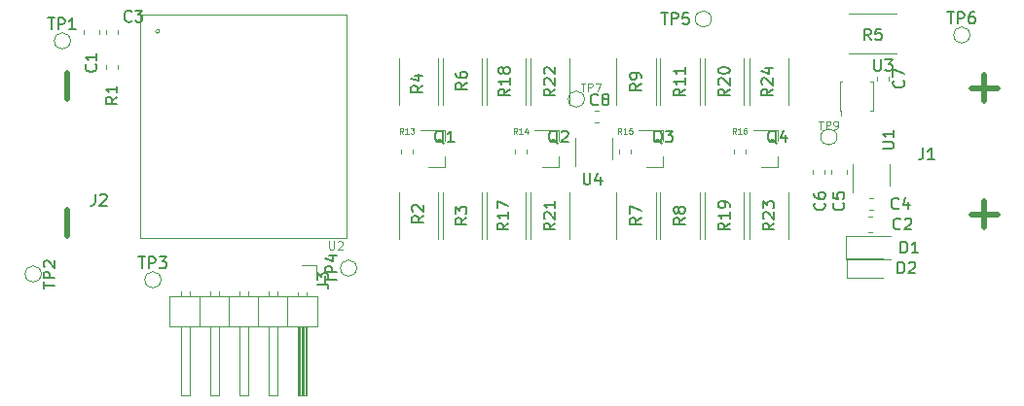
<source format=gto>
G04 #@! TF.GenerationSoftware,KiCad,Pcbnew,5.0.0-fee4fd1~66~ubuntu18.04.1*
G04 #@! TF.CreationDate,2018-08-20T14:29:34+02:00*
G04 #@! TF.ProjectId,ESP32-li-ion-cell-monitor,45535033322D6C692D696F6E2D63656C,1.3*
G04 #@! TF.SameCoordinates,Original*
G04 #@! TF.FileFunction,Legend,Top*
G04 #@! TF.FilePolarity,Positive*
%FSLAX46Y46*%
G04 Gerber Fmt 4.6, Leading zero omitted, Abs format (unit mm)*
G04 Created by KiCad (PCBNEW 5.0.0-fee4fd1~66~ubuntu18.04.1) date Mon Aug 20 14:29:34 2018*
%MOMM*%
%LPD*%
G01*
G04 APERTURE LIST*
%ADD10C,0.500000*%
%ADD11C,0.120000*%
%ADD12C,0.050000*%
%ADD13C,0.100000*%
%ADD14C,0.150000*%
G04 APERTURE END LIST*
D10*
X163214285Y-59142857D02*
X163214285Y-56857142D01*
X241857142Y-58214285D02*
X244142857Y-58214285D01*
X243000000Y-59357142D02*
X243000000Y-57071428D01*
X163214285Y-71142857D02*
X163214285Y-68857142D01*
X241857142Y-69214285D02*
X244142857Y-69214285D01*
X243000000Y-70357142D02*
X243000000Y-68071428D01*
D11*
G04 #@! TO.C,TP9*
X230189000Y-62484000D02*
G75*
G03X230189000Y-62484000I-700000J0D01*
G01*
G04 #@! TO.C,J3*
X184912000Y-73660000D02*
X184912000Y-74930000D01*
X183642000Y-73660000D02*
X184912000Y-73660000D01*
X173102000Y-75972929D02*
X173102000Y-76370000D01*
X173862000Y-75972929D02*
X173862000Y-76370000D01*
X173102000Y-85030000D02*
X173102000Y-79030000D01*
X173862000Y-85030000D02*
X173102000Y-85030000D01*
X173862000Y-79030000D02*
X173862000Y-85030000D01*
X174752000Y-76370000D02*
X174752000Y-79030000D01*
X175642000Y-75972929D02*
X175642000Y-76370000D01*
X176402000Y-75972929D02*
X176402000Y-76370000D01*
X175642000Y-85030000D02*
X175642000Y-79030000D01*
X176402000Y-85030000D02*
X175642000Y-85030000D01*
X176402000Y-79030000D02*
X176402000Y-85030000D01*
X177292000Y-76370000D02*
X177292000Y-79030000D01*
X178182000Y-75972929D02*
X178182000Y-76370000D01*
X178942000Y-75972929D02*
X178942000Y-76370000D01*
X178182000Y-85030000D02*
X178182000Y-79030000D01*
X178942000Y-85030000D02*
X178182000Y-85030000D01*
X178942000Y-79030000D02*
X178942000Y-85030000D01*
X179832000Y-76370000D02*
X179832000Y-79030000D01*
X180722000Y-75972929D02*
X180722000Y-76370000D01*
X181482000Y-75972929D02*
X181482000Y-76370000D01*
X180722000Y-85030000D02*
X180722000Y-79030000D01*
X181482000Y-85030000D02*
X180722000Y-85030000D01*
X181482000Y-79030000D02*
X181482000Y-85030000D01*
X182372000Y-76370000D02*
X182372000Y-79030000D01*
X183262000Y-76040000D02*
X183262000Y-76370000D01*
X184022000Y-76040000D02*
X184022000Y-76370000D01*
X183362000Y-79030000D02*
X183362000Y-85030000D01*
X183482000Y-79030000D02*
X183482000Y-85030000D01*
X183602000Y-79030000D02*
X183602000Y-85030000D01*
X183722000Y-79030000D02*
X183722000Y-85030000D01*
X183842000Y-79030000D02*
X183842000Y-85030000D01*
X183962000Y-79030000D02*
X183962000Y-85030000D01*
X183262000Y-85030000D02*
X183262000Y-79030000D01*
X184022000Y-85030000D02*
X183262000Y-85030000D01*
X184022000Y-79030000D02*
X184022000Y-85030000D01*
X184972000Y-79030000D02*
X184972000Y-76370000D01*
X172152000Y-79030000D02*
X184972000Y-79030000D01*
X172152000Y-76370000D02*
X172152000Y-79030000D01*
X184972000Y-76370000D02*
X172152000Y-76370000D01*
D12*
G04 #@! TO.C,U2*
X187556000Y-71290000D02*
X169556000Y-71290000D01*
X187556000Y-51790000D02*
X187556000Y-71290000D01*
X169556000Y-51790000D02*
X187556000Y-51790000D01*
X169556000Y-71290000D02*
X169556000Y-51790000D01*
X171259605Y-53256000D02*
G75*
G03X171259605Y-53256000I-179605J0D01*
G01*
D11*
G04 #@! TO.C,U4*
X210652000Y-64400000D02*
X210652000Y-62600000D01*
X207432000Y-62600000D02*
X207432000Y-65050000D01*
G04 #@! TO.C,C1*
X166064000Y-53132017D02*
X166064000Y-53547983D01*
X164644000Y-53132017D02*
X164644000Y-53547983D01*
G04 #@! TO.C,C4*
X233009221Y-68836000D02*
X233334779Y-68836000D01*
X233009221Y-67816000D02*
X233334779Y-67816000D01*
G04 #@! TO.C,C5*
X231088000Y-65324017D02*
X231088000Y-65739983D01*
X229668000Y-65324017D02*
X229668000Y-65739983D01*
G04 #@! TO.C,C6*
X229110000Y-65369221D02*
X229110000Y-65694779D01*
X228090000Y-65369221D02*
X228090000Y-65694779D01*
G04 #@! TO.C,Q1*
X196086000Y-65080000D02*
X194626000Y-65080000D01*
X196086000Y-61920000D02*
X193926000Y-61920000D01*
X196086000Y-61920000D02*
X196086000Y-62850000D01*
X196086000Y-65080000D02*
X196086000Y-64150000D01*
G04 #@! TO.C,Q2*
X205992000Y-65080000D02*
X205992000Y-64150000D01*
X205992000Y-61920000D02*
X205992000Y-62850000D01*
X205992000Y-61920000D02*
X203832000Y-61920000D01*
X205992000Y-65080000D02*
X204532000Y-65080000D01*
G04 #@! TO.C,Q3*
X215072000Y-65080000D02*
X215072000Y-64150000D01*
X215072000Y-61920000D02*
X215072000Y-62850000D01*
X215072000Y-61920000D02*
X212912000Y-61920000D01*
X215072000Y-65080000D02*
X213612000Y-65080000D01*
G04 #@! TO.C,Q4*
X225042000Y-65080000D02*
X223582000Y-65080000D01*
X225042000Y-61920000D02*
X222882000Y-61920000D01*
X225042000Y-61920000D02*
X225042000Y-62850000D01*
X225042000Y-65080000D02*
X225042000Y-64150000D01*
G04 #@! TO.C,C2*
X232876017Y-69394000D02*
X233291983Y-69394000D01*
X232876017Y-70814000D02*
X233291983Y-70814000D01*
G04 #@! TO.C,C3*
X167642000Y-53177221D02*
X167642000Y-53502779D01*
X166622000Y-53177221D02*
X166622000Y-53502779D01*
G04 #@! TO.C,R1*
X166622000Y-56550779D02*
X166622000Y-56225221D01*
X167642000Y-56550779D02*
X167642000Y-56225221D01*
G04 #@! TO.C,C7*
X234698000Y-57241221D02*
X234698000Y-57566779D01*
X233678000Y-57241221D02*
X233678000Y-57566779D01*
G04 #@! TO.C,C8*
X209133221Y-61216000D02*
X209458779Y-61216000D01*
X209133221Y-60196000D02*
X209458779Y-60196000D01*
G04 #@! TO.C,D1*
X230972000Y-71136000D02*
X230972000Y-73136000D01*
X230972000Y-73136000D02*
X234822000Y-73136000D01*
X230972000Y-71136000D02*
X234822000Y-71136000D01*
G04 #@! TO.C,D2*
X231018000Y-73064000D02*
X231018000Y-74764000D01*
X231018000Y-74764000D02*
X234168000Y-74764000D01*
X231018000Y-73064000D02*
X234168000Y-73064000D01*
G04 #@! TO.C,R2*
X192092000Y-71394064D02*
X192092000Y-67289936D01*
X195512000Y-71394064D02*
X195512000Y-67289936D01*
G04 #@! TO.C,R3*
X199322000Y-71394064D02*
X199322000Y-67289936D01*
X195902000Y-71394064D02*
X195902000Y-67289936D01*
G04 #@! TO.C,R4*
X195512000Y-55605936D02*
X195512000Y-59710064D01*
X192092000Y-55605936D02*
X192092000Y-59710064D01*
G04 #@! TO.C,R5*
X231246936Y-55177000D02*
X235351064Y-55177000D01*
X231246936Y-51757000D02*
X235351064Y-51757000D01*
G04 #@! TO.C,R6*
X195902000Y-55605936D02*
X195902000Y-59710064D01*
X199322000Y-55605936D02*
X199322000Y-59710064D01*
G04 #@! TO.C,R7*
X214434000Y-71394064D02*
X214434000Y-67289936D01*
X211014000Y-71394064D02*
X211014000Y-67289936D01*
G04 #@! TO.C,R8*
X218244000Y-71394064D02*
X218244000Y-67289936D01*
X214824000Y-71394064D02*
X214824000Y-67289936D01*
G04 #@! TO.C,R9*
X214434000Y-55605936D02*
X214434000Y-59710064D01*
X211014000Y-55605936D02*
X211014000Y-59710064D01*
G04 #@! TO.C,R11*
X218244000Y-55605936D02*
X218244000Y-59710064D01*
X214824000Y-55605936D02*
X214824000Y-59710064D01*
G04 #@! TO.C,U1*
X234782000Y-66686000D02*
X234782000Y-64886000D01*
X231562000Y-64886000D02*
X231562000Y-67336000D01*
G04 #@! TO.C,U3*
X233298000Y-60228000D02*
X233098000Y-60228000D01*
X230548000Y-60228000D02*
X230548000Y-60628000D01*
X230448000Y-60228000D02*
X230548000Y-60228000D01*
X230448000Y-57628000D02*
X230448000Y-60228000D01*
X230648000Y-57628000D02*
X230448000Y-57628000D01*
X233298000Y-57628000D02*
X233098000Y-57628000D01*
X233298000Y-60228000D02*
X233298000Y-57628000D01*
G04 #@! TO.C,TP1*
X163514000Y-54102000D02*
G75*
G03X163514000Y-54102000I-700000J0D01*
G01*
G04 #@! TO.C,TP2*
X160974000Y-74422000D02*
G75*
G03X160974000Y-74422000I-700000J0D01*
G01*
G04 #@! TO.C,TP3*
X171388000Y-74930000D02*
G75*
G03X171388000Y-74930000I-700000J0D01*
G01*
G04 #@! TO.C,TP4*
X188406000Y-73914000D02*
G75*
G03X188406000Y-73914000I-700000J0D01*
G01*
G04 #@! TO.C,TP5*
X219267000Y-52197000D02*
G75*
G03X219267000Y-52197000I-700000J0D01*
G01*
G04 #@! TO.C,TP6*
X241746000Y-53594000D02*
G75*
G03X241746000Y-53594000I-700000J0D01*
G01*
G04 #@! TO.C,TP7*
X208218000Y-59182000D02*
G75*
G03X208218000Y-59182000I-700000J0D01*
G01*
G04 #@! TO.C,R13*
X193296000Y-63916779D02*
X193296000Y-63591221D01*
X192276000Y-63916779D02*
X192276000Y-63591221D01*
G04 #@! TO.C,R14*
X202182000Y-63916779D02*
X202182000Y-63591221D01*
X203202000Y-63916779D02*
X203202000Y-63591221D01*
G04 #@! TO.C,R15*
X212282000Y-63942279D02*
X212282000Y-63616721D01*
X211262000Y-63942279D02*
X211262000Y-63616721D01*
G04 #@! TO.C,R16*
X221232000Y-63916779D02*
X221232000Y-63591221D01*
X222252000Y-63916779D02*
X222252000Y-63591221D01*
G04 #@! TO.C,R17*
X199712000Y-71394064D02*
X199712000Y-67289936D01*
X203132000Y-71394064D02*
X203132000Y-67289936D01*
G04 #@! TO.C,R18*
X199712000Y-55605936D02*
X199712000Y-59710064D01*
X203132000Y-55605936D02*
X203132000Y-59710064D01*
G04 #@! TO.C,R19*
X218698000Y-71394064D02*
X218698000Y-67289936D01*
X222118000Y-71394064D02*
X222118000Y-67289936D01*
G04 #@! TO.C,R20*
X218698000Y-55605936D02*
X218698000Y-59710064D01*
X222118000Y-55605936D02*
X222118000Y-59710064D01*
G04 #@! TO.C,R21*
X206942000Y-71394064D02*
X206942000Y-67289936D01*
X203522000Y-71394064D02*
X203522000Y-67289936D01*
G04 #@! TO.C,R22*
X206942000Y-55605936D02*
X206942000Y-59710064D01*
X203522000Y-55605936D02*
X203522000Y-59710064D01*
G04 #@! TO.C,R23*
X225992000Y-71394064D02*
X225992000Y-67289936D01*
X222572000Y-71394064D02*
X222572000Y-67289936D01*
G04 #@! TO.C,R24*
X225992000Y-55605936D02*
X225992000Y-59710064D01*
X222572000Y-55605936D02*
X222572000Y-59710064D01*
G04 #@! TO.C,TP9*
D13*
X228605666Y-61084666D02*
X229005666Y-61084666D01*
X228805666Y-61784666D02*
X228805666Y-61084666D01*
X229239000Y-61784666D02*
X229239000Y-61084666D01*
X229505666Y-61084666D01*
X229572333Y-61118000D01*
X229605666Y-61151333D01*
X229639000Y-61218000D01*
X229639000Y-61318000D01*
X229605666Y-61384666D01*
X229572333Y-61418000D01*
X229505666Y-61451333D01*
X229239000Y-61451333D01*
X229972333Y-61784666D02*
X230105666Y-61784666D01*
X230172333Y-61751333D01*
X230205666Y-61718000D01*
X230272333Y-61618000D01*
X230305666Y-61484666D01*
X230305666Y-61218000D01*
X230272333Y-61151333D01*
X230239000Y-61118000D01*
X230172333Y-61084666D01*
X230039000Y-61084666D01*
X229972333Y-61118000D01*
X229939000Y-61151333D01*
X229905666Y-61218000D01*
X229905666Y-61384666D01*
X229939000Y-61451333D01*
X229972333Y-61484666D01*
X230039000Y-61518000D01*
X230172333Y-61518000D01*
X230239000Y-61484666D01*
X230272333Y-61451333D01*
X230305666Y-61384666D01*
G04 #@! TO.C,J3*
D14*
X184952380Y-75333333D02*
X185666666Y-75333333D01*
X185809523Y-75380952D01*
X185904761Y-75476190D01*
X185952380Y-75619047D01*
X185952380Y-75714285D01*
X184952380Y-74952380D02*
X184952380Y-74333333D01*
X185333333Y-74666666D01*
X185333333Y-74523809D01*
X185380952Y-74428571D01*
X185428571Y-74380952D01*
X185523809Y-74333333D01*
X185761904Y-74333333D01*
X185857142Y-74380952D01*
X185904761Y-74428571D01*
X185952380Y-74523809D01*
X185952380Y-74809523D01*
X185904761Y-74904761D01*
X185857142Y-74952380D01*
G04 #@! TO.C,U2*
D13*
X186023971Y-71563685D02*
X186023971Y-72170828D01*
X186059685Y-72242257D01*
X186095400Y-72277971D01*
X186166828Y-72313685D01*
X186309685Y-72313685D01*
X186381114Y-72277971D01*
X186416828Y-72242257D01*
X186452542Y-72170828D01*
X186452542Y-71563685D01*
X186773971Y-71635114D02*
X186809685Y-71599400D01*
X186881114Y-71563685D01*
X187059685Y-71563685D01*
X187131114Y-71599400D01*
X187166828Y-71635114D01*
X187202542Y-71706542D01*
X187202542Y-71777971D01*
X187166828Y-71885114D01*
X186738257Y-72313685D01*
X187202542Y-72313685D01*
G04 #@! TO.C,U4*
D14*
X208153095Y-65619380D02*
X208153095Y-66428904D01*
X208200714Y-66524142D01*
X208248333Y-66571761D01*
X208343571Y-66619380D01*
X208534047Y-66619380D01*
X208629285Y-66571761D01*
X208676904Y-66524142D01*
X208724523Y-66428904D01*
X208724523Y-65619380D01*
X209629285Y-65952714D02*
X209629285Y-66619380D01*
X209391190Y-65571761D02*
X209153095Y-66286047D01*
X209772142Y-66286047D01*
G04 #@! TO.C,C1*
X165711142Y-56166666D02*
X165758761Y-56214285D01*
X165806380Y-56357142D01*
X165806380Y-56452380D01*
X165758761Y-56595238D01*
X165663523Y-56690476D01*
X165568285Y-56738095D01*
X165377809Y-56785714D01*
X165234952Y-56785714D01*
X165044476Y-56738095D01*
X164949238Y-56690476D01*
X164854000Y-56595238D01*
X164806380Y-56452380D01*
X164806380Y-56357142D01*
X164854000Y-56214285D01*
X164901619Y-56166666D01*
X165806380Y-55214285D02*
X165806380Y-55785714D01*
X165806380Y-55500000D02*
X164806380Y-55500000D01*
X164949238Y-55595238D01*
X165044476Y-55690476D01*
X165092095Y-55785714D01*
G04 #@! TO.C,C4*
X235545333Y-68683142D02*
X235497714Y-68730761D01*
X235354857Y-68778380D01*
X235259619Y-68778380D01*
X235116761Y-68730761D01*
X235021523Y-68635523D01*
X234973904Y-68540285D01*
X234926285Y-68349809D01*
X234926285Y-68206952D01*
X234973904Y-68016476D01*
X235021523Y-67921238D01*
X235116761Y-67826000D01*
X235259619Y-67778380D01*
X235354857Y-67778380D01*
X235497714Y-67826000D01*
X235545333Y-67873619D01*
X236402476Y-68111714D02*
X236402476Y-68778380D01*
X236164380Y-67730761D02*
X235926285Y-68445047D01*
X236545333Y-68445047D01*
G04 #@! TO.C,C5*
X230735142Y-68238666D02*
X230782761Y-68286285D01*
X230830380Y-68429142D01*
X230830380Y-68524380D01*
X230782761Y-68667238D01*
X230687523Y-68762476D01*
X230592285Y-68810095D01*
X230401809Y-68857714D01*
X230258952Y-68857714D01*
X230068476Y-68810095D01*
X229973238Y-68762476D01*
X229878000Y-68667238D01*
X229830380Y-68524380D01*
X229830380Y-68429142D01*
X229878000Y-68286285D01*
X229925619Y-68238666D01*
X229830380Y-67333904D02*
X229830380Y-67810095D01*
X230306571Y-67857714D01*
X230258952Y-67810095D01*
X230211333Y-67714857D01*
X230211333Y-67476761D01*
X230258952Y-67381523D01*
X230306571Y-67333904D01*
X230401809Y-67286285D01*
X230639904Y-67286285D01*
X230735142Y-67333904D01*
X230782761Y-67381523D01*
X230830380Y-67476761D01*
X230830380Y-67714857D01*
X230782761Y-67810095D01*
X230735142Y-67857714D01*
G04 #@! TO.C,C6*
X229084142Y-68238666D02*
X229131761Y-68286285D01*
X229179380Y-68429142D01*
X229179380Y-68524380D01*
X229131761Y-68667238D01*
X229036523Y-68762476D01*
X228941285Y-68810095D01*
X228750809Y-68857714D01*
X228607952Y-68857714D01*
X228417476Y-68810095D01*
X228322238Y-68762476D01*
X228227000Y-68667238D01*
X228179380Y-68524380D01*
X228179380Y-68429142D01*
X228227000Y-68286285D01*
X228274619Y-68238666D01*
X228179380Y-67381523D02*
X228179380Y-67572000D01*
X228227000Y-67667238D01*
X228274619Y-67714857D01*
X228417476Y-67810095D01*
X228607952Y-67857714D01*
X228988904Y-67857714D01*
X229084142Y-67810095D01*
X229131761Y-67762476D01*
X229179380Y-67667238D01*
X229179380Y-67476761D01*
X229131761Y-67381523D01*
X229084142Y-67333904D01*
X228988904Y-67286285D01*
X228750809Y-67286285D01*
X228655571Y-67333904D01*
X228607952Y-67381523D01*
X228560333Y-67476761D01*
X228560333Y-67667238D01*
X228607952Y-67762476D01*
X228655571Y-67810095D01*
X228750809Y-67857714D01*
G04 #@! TO.C,Q1*
X195992761Y-63031619D02*
X195897523Y-62984000D01*
X195802285Y-62888761D01*
X195659428Y-62745904D01*
X195564190Y-62698285D01*
X195468952Y-62698285D01*
X195516571Y-62936380D02*
X195421333Y-62888761D01*
X195326095Y-62793523D01*
X195278476Y-62603047D01*
X195278476Y-62269714D01*
X195326095Y-62079238D01*
X195421333Y-61984000D01*
X195516571Y-61936380D01*
X195707047Y-61936380D01*
X195802285Y-61984000D01*
X195897523Y-62079238D01*
X195945142Y-62269714D01*
X195945142Y-62603047D01*
X195897523Y-62793523D01*
X195802285Y-62888761D01*
X195707047Y-62936380D01*
X195516571Y-62936380D01*
X196897523Y-62936380D02*
X196326095Y-62936380D01*
X196611809Y-62936380D02*
X196611809Y-61936380D01*
X196516571Y-62079238D01*
X196421333Y-62174476D01*
X196326095Y-62222095D01*
G04 #@! TO.C,Q2*
X205898761Y-63031619D02*
X205803523Y-62984000D01*
X205708285Y-62888761D01*
X205565428Y-62745904D01*
X205470190Y-62698285D01*
X205374952Y-62698285D01*
X205422571Y-62936380D02*
X205327333Y-62888761D01*
X205232095Y-62793523D01*
X205184476Y-62603047D01*
X205184476Y-62269714D01*
X205232095Y-62079238D01*
X205327333Y-61984000D01*
X205422571Y-61936380D01*
X205613047Y-61936380D01*
X205708285Y-61984000D01*
X205803523Y-62079238D01*
X205851142Y-62269714D01*
X205851142Y-62603047D01*
X205803523Y-62793523D01*
X205708285Y-62888761D01*
X205613047Y-62936380D01*
X205422571Y-62936380D01*
X206232095Y-62031619D02*
X206279714Y-61984000D01*
X206374952Y-61936380D01*
X206613047Y-61936380D01*
X206708285Y-61984000D01*
X206755904Y-62031619D01*
X206803523Y-62126857D01*
X206803523Y-62222095D01*
X206755904Y-62364952D01*
X206184476Y-62936380D01*
X206803523Y-62936380D01*
G04 #@! TO.C,Q3*
X214978761Y-63031619D02*
X214883523Y-62984000D01*
X214788285Y-62888761D01*
X214645428Y-62745904D01*
X214550190Y-62698285D01*
X214454952Y-62698285D01*
X214502571Y-62936380D02*
X214407333Y-62888761D01*
X214312095Y-62793523D01*
X214264476Y-62603047D01*
X214264476Y-62269714D01*
X214312095Y-62079238D01*
X214407333Y-61984000D01*
X214502571Y-61936380D01*
X214693047Y-61936380D01*
X214788285Y-61984000D01*
X214883523Y-62079238D01*
X214931142Y-62269714D01*
X214931142Y-62603047D01*
X214883523Y-62793523D01*
X214788285Y-62888761D01*
X214693047Y-62936380D01*
X214502571Y-62936380D01*
X215264476Y-61936380D02*
X215883523Y-61936380D01*
X215550190Y-62317333D01*
X215693047Y-62317333D01*
X215788285Y-62364952D01*
X215835904Y-62412571D01*
X215883523Y-62507809D01*
X215883523Y-62745904D01*
X215835904Y-62841142D01*
X215788285Y-62888761D01*
X215693047Y-62936380D01*
X215407333Y-62936380D01*
X215312095Y-62888761D01*
X215264476Y-62841142D01*
G04 #@! TO.C,Q4*
X224948761Y-63031619D02*
X224853523Y-62984000D01*
X224758285Y-62888761D01*
X224615428Y-62745904D01*
X224520190Y-62698285D01*
X224424952Y-62698285D01*
X224472571Y-62936380D02*
X224377333Y-62888761D01*
X224282095Y-62793523D01*
X224234476Y-62603047D01*
X224234476Y-62269714D01*
X224282095Y-62079238D01*
X224377333Y-61984000D01*
X224472571Y-61936380D01*
X224663047Y-61936380D01*
X224758285Y-61984000D01*
X224853523Y-62079238D01*
X224901142Y-62269714D01*
X224901142Y-62603047D01*
X224853523Y-62793523D01*
X224758285Y-62888761D01*
X224663047Y-62936380D01*
X224472571Y-62936380D01*
X225758285Y-62269714D02*
X225758285Y-62936380D01*
X225520190Y-61888761D02*
X225282095Y-62603047D01*
X225901142Y-62603047D01*
G04 #@! TO.C,C2*
X235711333Y-70461142D02*
X235663714Y-70508761D01*
X235520857Y-70556380D01*
X235425619Y-70556380D01*
X235282761Y-70508761D01*
X235187523Y-70413523D01*
X235139904Y-70318285D01*
X235092285Y-70127809D01*
X235092285Y-69984952D01*
X235139904Y-69794476D01*
X235187523Y-69699238D01*
X235282761Y-69604000D01*
X235425619Y-69556380D01*
X235520857Y-69556380D01*
X235663714Y-69604000D01*
X235711333Y-69651619D01*
X236092285Y-69651619D02*
X236139904Y-69604000D01*
X236235142Y-69556380D01*
X236473238Y-69556380D01*
X236568476Y-69604000D01*
X236616095Y-69651619D01*
X236663714Y-69746857D01*
X236663714Y-69842095D01*
X236616095Y-69984952D01*
X236044666Y-70556380D01*
X236663714Y-70556380D01*
G04 #@! TO.C,C3*
X168833333Y-52357142D02*
X168785714Y-52404761D01*
X168642857Y-52452380D01*
X168547619Y-52452380D01*
X168404761Y-52404761D01*
X168309523Y-52309523D01*
X168261904Y-52214285D01*
X168214285Y-52023809D01*
X168214285Y-51880952D01*
X168261904Y-51690476D01*
X168309523Y-51595238D01*
X168404761Y-51500000D01*
X168547619Y-51452380D01*
X168642857Y-51452380D01*
X168785714Y-51500000D01*
X168833333Y-51547619D01*
X169166666Y-51452380D02*
X169785714Y-51452380D01*
X169452380Y-51833333D01*
X169595238Y-51833333D01*
X169690476Y-51880952D01*
X169738095Y-51928571D01*
X169785714Y-52023809D01*
X169785714Y-52261904D01*
X169738095Y-52357142D01*
X169690476Y-52404761D01*
X169595238Y-52452380D01*
X169309523Y-52452380D01*
X169214285Y-52404761D01*
X169166666Y-52357142D01*
G04 #@! TO.C,R1*
X167584380Y-58993166D02*
X167108190Y-59326500D01*
X167584380Y-59564595D02*
X166584380Y-59564595D01*
X166584380Y-59183642D01*
X166632000Y-59088404D01*
X166679619Y-59040785D01*
X166774857Y-58993166D01*
X166917714Y-58993166D01*
X167012952Y-59040785D01*
X167060571Y-59088404D01*
X167108190Y-59183642D01*
X167108190Y-59564595D01*
X167584380Y-58040785D02*
X167584380Y-58612214D01*
X167584380Y-58326500D02*
X166584380Y-58326500D01*
X166727238Y-58421738D01*
X166822476Y-58516976D01*
X166870095Y-58612214D01*
G04 #@! TO.C,C7*
X235975142Y-57570666D02*
X236022761Y-57618285D01*
X236070380Y-57761142D01*
X236070380Y-57856380D01*
X236022761Y-57999238D01*
X235927523Y-58094476D01*
X235832285Y-58142095D01*
X235641809Y-58189714D01*
X235498952Y-58189714D01*
X235308476Y-58142095D01*
X235213238Y-58094476D01*
X235118000Y-57999238D01*
X235070380Y-57856380D01*
X235070380Y-57761142D01*
X235118000Y-57618285D01*
X235165619Y-57570666D01*
X235070380Y-57237333D02*
X235070380Y-56570666D01*
X236070380Y-56999238D01*
G04 #@! TO.C,C8*
X209383333Y-59633142D02*
X209335714Y-59680761D01*
X209192857Y-59728380D01*
X209097619Y-59728380D01*
X208954761Y-59680761D01*
X208859523Y-59585523D01*
X208811904Y-59490285D01*
X208764285Y-59299809D01*
X208764285Y-59156952D01*
X208811904Y-58966476D01*
X208859523Y-58871238D01*
X208954761Y-58776000D01*
X209097619Y-58728380D01*
X209192857Y-58728380D01*
X209335714Y-58776000D01*
X209383333Y-58823619D01*
X209954761Y-59156952D02*
X209859523Y-59109333D01*
X209811904Y-59061714D01*
X209764285Y-58966476D01*
X209764285Y-58918857D01*
X209811904Y-58823619D01*
X209859523Y-58776000D01*
X209954761Y-58728380D01*
X210145238Y-58728380D01*
X210240476Y-58776000D01*
X210288095Y-58823619D01*
X210335714Y-58918857D01*
X210335714Y-58966476D01*
X210288095Y-59061714D01*
X210240476Y-59109333D01*
X210145238Y-59156952D01*
X209954761Y-59156952D01*
X209859523Y-59204571D01*
X209811904Y-59252190D01*
X209764285Y-59347428D01*
X209764285Y-59537904D01*
X209811904Y-59633142D01*
X209859523Y-59680761D01*
X209954761Y-59728380D01*
X210145238Y-59728380D01*
X210240476Y-59680761D01*
X210288095Y-59633142D01*
X210335714Y-59537904D01*
X210335714Y-59347428D01*
X210288095Y-59252190D01*
X210240476Y-59204571D01*
X210145238Y-59156952D01*
G04 #@! TO.C,D1*
X235735904Y-72588380D02*
X235735904Y-71588380D01*
X235974000Y-71588380D01*
X236116857Y-71636000D01*
X236212095Y-71731238D01*
X236259714Y-71826476D01*
X236307333Y-72016952D01*
X236307333Y-72159809D01*
X236259714Y-72350285D01*
X236212095Y-72445523D01*
X236116857Y-72540761D01*
X235974000Y-72588380D01*
X235735904Y-72588380D01*
X237259714Y-72588380D02*
X236688285Y-72588380D01*
X236974000Y-72588380D02*
X236974000Y-71588380D01*
X236878761Y-71731238D01*
X236783523Y-71826476D01*
X236688285Y-71874095D01*
G04 #@! TO.C,D2*
X235481904Y-74366380D02*
X235481904Y-73366380D01*
X235720000Y-73366380D01*
X235862857Y-73414000D01*
X235958095Y-73509238D01*
X236005714Y-73604476D01*
X236053333Y-73794952D01*
X236053333Y-73937809D01*
X236005714Y-74128285D01*
X235958095Y-74223523D01*
X235862857Y-74318761D01*
X235720000Y-74366380D01*
X235481904Y-74366380D01*
X236434285Y-73461619D02*
X236481904Y-73414000D01*
X236577142Y-73366380D01*
X236815238Y-73366380D01*
X236910476Y-73414000D01*
X236958095Y-73461619D01*
X237005714Y-73556857D01*
X237005714Y-73652095D01*
X236958095Y-73794952D01*
X236386666Y-74366380D01*
X237005714Y-74366380D01*
G04 #@! TO.C,R2*
X194232380Y-69342666D02*
X193756190Y-69676000D01*
X194232380Y-69914095D02*
X193232380Y-69914095D01*
X193232380Y-69533142D01*
X193280000Y-69437904D01*
X193327619Y-69390285D01*
X193422857Y-69342666D01*
X193565714Y-69342666D01*
X193660952Y-69390285D01*
X193708571Y-69437904D01*
X193756190Y-69533142D01*
X193756190Y-69914095D01*
X193327619Y-68961714D02*
X193280000Y-68914095D01*
X193232380Y-68818857D01*
X193232380Y-68580761D01*
X193280000Y-68485523D01*
X193327619Y-68437904D01*
X193422857Y-68390285D01*
X193518095Y-68390285D01*
X193660952Y-68437904D01*
X194232380Y-69009333D01*
X194232380Y-68390285D01*
G04 #@! TO.C,R3*
X197978380Y-69508666D02*
X197502190Y-69842000D01*
X197978380Y-70080095D02*
X196978380Y-70080095D01*
X196978380Y-69699142D01*
X197026000Y-69603904D01*
X197073619Y-69556285D01*
X197168857Y-69508666D01*
X197311714Y-69508666D01*
X197406952Y-69556285D01*
X197454571Y-69603904D01*
X197502190Y-69699142D01*
X197502190Y-70080095D01*
X196978380Y-69175333D02*
X196978380Y-68556285D01*
X197359333Y-68889619D01*
X197359333Y-68746761D01*
X197406952Y-68651523D01*
X197454571Y-68603904D01*
X197549809Y-68556285D01*
X197787904Y-68556285D01*
X197883142Y-68603904D01*
X197930761Y-68651523D01*
X197978380Y-68746761D01*
X197978380Y-69032476D01*
X197930761Y-69127714D01*
X197883142Y-69175333D01*
G04 #@! TO.C,R4*
X194150380Y-57990666D02*
X193674190Y-58324000D01*
X194150380Y-58562095D02*
X193150380Y-58562095D01*
X193150380Y-58181142D01*
X193198000Y-58085904D01*
X193245619Y-58038285D01*
X193340857Y-57990666D01*
X193483714Y-57990666D01*
X193578952Y-58038285D01*
X193626571Y-58085904D01*
X193674190Y-58181142D01*
X193674190Y-58562095D01*
X193483714Y-57133523D02*
X194150380Y-57133523D01*
X193102761Y-57371619D02*
X193817047Y-57609714D01*
X193817047Y-56990666D01*
G04 #@! TO.C,R5*
X233132333Y-54046380D02*
X232799000Y-53570190D01*
X232560904Y-54046380D02*
X232560904Y-53046380D01*
X232941857Y-53046380D01*
X233037095Y-53094000D01*
X233084714Y-53141619D01*
X233132333Y-53236857D01*
X233132333Y-53379714D01*
X233084714Y-53474952D01*
X233037095Y-53522571D01*
X232941857Y-53570190D01*
X232560904Y-53570190D01*
X234037095Y-53046380D02*
X233560904Y-53046380D01*
X233513285Y-53522571D01*
X233560904Y-53474952D01*
X233656142Y-53427333D01*
X233894238Y-53427333D01*
X233989476Y-53474952D01*
X234037095Y-53522571D01*
X234084714Y-53617809D01*
X234084714Y-53855904D01*
X234037095Y-53951142D01*
X233989476Y-53998761D01*
X233894238Y-54046380D01*
X233656142Y-54046380D01*
X233560904Y-53998761D01*
X233513285Y-53951142D01*
G04 #@! TO.C,R6*
X198024380Y-57736666D02*
X197548190Y-58070000D01*
X198024380Y-58308095D02*
X197024380Y-58308095D01*
X197024380Y-57927142D01*
X197072000Y-57831904D01*
X197119619Y-57784285D01*
X197214857Y-57736666D01*
X197357714Y-57736666D01*
X197452952Y-57784285D01*
X197500571Y-57831904D01*
X197548190Y-57927142D01*
X197548190Y-58308095D01*
X197024380Y-56879523D02*
X197024380Y-57070000D01*
X197072000Y-57165238D01*
X197119619Y-57212857D01*
X197262476Y-57308095D01*
X197452952Y-57355714D01*
X197833904Y-57355714D01*
X197929142Y-57308095D01*
X197976761Y-57260476D01*
X198024380Y-57165238D01*
X198024380Y-56974761D01*
X197976761Y-56879523D01*
X197929142Y-56831904D01*
X197833904Y-56784285D01*
X197595809Y-56784285D01*
X197500571Y-56831904D01*
X197452952Y-56879523D01*
X197405333Y-56974761D01*
X197405333Y-57165238D01*
X197452952Y-57260476D01*
X197500571Y-57308095D01*
X197595809Y-57355714D01*
G04 #@! TO.C,R7*
X213176380Y-69508666D02*
X212700190Y-69842000D01*
X213176380Y-70080095D02*
X212176380Y-70080095D01*
X212176380Y-69699142D01*
X212224000Y-69603904D01*
X212271619Y-69556285D01*
X212366857Y-69508666D01*
X212509714Y-69508666D01*
X212604952Y-69556285D01*
X212652571Y-69603904D01*
X212700190Y-69699142D01*
X212700190Y-70080095D01*
X212176380Y-69175333D02*
X212176380Y-68508666D01*
X213176380Y-68937238D01*
G04 #@! TO.C,R8*
X216986380Y-69508666D02*
X216510190Y-69842000D01*
X216986380Y-70080095D02*
X215986380Y-70080095D01*
X215986380Y-69699142D01*
X216034000Y-69603904D01*
X216081619Y-69556285D01*
X216176857Y-69508666D01*
X216319714Y-69508666D01*
X216414952Y-69556285D01*
X216462571Y-69603904D01*
X216510190Y-69699142D01*
X216510190Y-70080095D01*
X216414952Y-68937238D02*
X216367333Y-69032476D01*
X216319714Y-69080095D01*
X216224476Y-69127714D01*
X216176857Y-69127714D01*
X216081619Y-69080095D01*
X216034000Y-69032476D01*
X215986380Y-68937238D01*
X215986380Y-68746761D01*
X216034000Y-68651523D01*
X216081619Y-68603904D01*
X216176857Y-68556285D01*
X216224476Y-68556285D01*
X216319714Y-68603904D01*
X216367333Y-68651523D01*
X216414952Y-68746761D01*
X216414952Y-68937238D01*
X216462571Y-69032476D01*
X216510190Y-69080095D01*
X216605428Y-69127714D01*
X216795904Y-69127714D01*
X216891142Y-69080095D01*
X216938761Y-69032476D01*
X216986380Y-68937238D01*
X216986380Y-68746761D01*
X216938761Y-68651523D01*
X216891142Y-68603904D01*
X216795904Y-68556285D01*
X216605428Y-68556285D01*
X216510190Y-68603904D01*
X216462571Y-68651523D01*
X216414952Y-68746761D01*
G04 #@! TO.C,R9*
X213176380Y-57824666D02*
X212700190Y-58158000D01*
X213176380Y-58396095D02*
X212176380Y-58396095D01*
X212176380Y-58015142D01*
X212224000Y-57919904D01*
X212271619Y-57872285D01*
X212366857Y-57824666D01*
X212509714Y-57824666D01*
X212604952Y-57872285D01*
X212652571Y-57919904D01*
X212700190Y-58015142D01*
X212700190Y-58396095D01*
X213176380Y-57348476D02*
X213176380Y-57158000D01*
X213128761Y-57062761D01*
X213081142Y-57015142D01*
X212938285Y-56919904D01*
X212747809Y-56872285D01*
X212366857Y-56872285D01*
X212271619Y-56919904D01*
X212224000Y-56967523D01*
X212176380Y-57062761D01*
X212176380Y-57253238D01*
X212224000Y-57348476D01*
X212271619Y-57396095D01*
X212366857Y-57443714D01*
X212604952Y-57443714D01*
X212700190Y-57396095D01*
X212747809Y-57348476D01*
X212795428Y-57253238D01*
X212795428Y-57062761D01*
X212747809Y-56967523D01*
X212700190Y-56919904D01*
X212604952Y-56872285D01*
G04 #@! TO.C,R11*
X216986380Y-58300857D02*
X216510190Y-58634190D01*
X216986380Y-58872285D02*
X215986380Y-58872285D01*
X215986380Y-58491333D01*
X216034000Y-58396095D01*
X216081619Y-58348476D01*
X216176857Y-58300857D01*
X216319714Y-58300857D01*
X216414952Y-58348476D01*
X216462571Y-58396095D01*
X216510190Y-58491333D01*
X216510190Y-58872285D01*
X216986380Y-57348476D02*
X216986380Y-57919904D01*
X216986380Y-57634190D02*
X215986380Y-57634190D01*
X216129238Y-57729428D01*
X216224476Y-57824666D01*
X216272095Y-57919904D01*
X216986380Y-56396095D02*
X216986380Y-56967523D01*
X216986380Y-56681809D02*
X215986380Y-56681809D01*
X216129238Y-56777047D01*
X216224476Y-56872285D01*
X216272095Y-56967523D01*
G04 #@! TO.C,U1*
X234148380Y-63499904D02*
X234957904Y-63499904D01*
X235053142Y-63452285D01*
X235100761Y-63404666D01*
X235148380Y-63309428D01*
X235148380Y-63118952D01*
X235100761Y-63023714D01*
X235053142Y-62976095D01*
X234957904Y-62928476D01*
X234148380Y-62928476D01*
X235148380Y-61928476D02*
X235148380Y-62499904D01*
X235148380Y-62214190D02*
X234148380Y-62214190D01*
X234291238Y-62309428D01*
X234386476Y-62404666D01*
X234434095Y-62499904D01*
G04 #@! TO.C,U3*
X233428095Y-55713380D02*
X233428095Y-56522904D01*
X233475714Y-56618142D01*
X233523333Y-56665761D01*
X233618571Y-56713380D01*
X233809047Y-56713380D01*
X233904285Y-56665761D01*
X233951904Y-56618142D01*
X233999523Y-56522904D01*
X233999523Y-55713380D01*
X234380476Y-55713380D02*
X234999523Y-55713380D01*
X234666190Y-56094333D01*
X234809047Y-56094333D01*
X234904285Y-56141952D01*
X234951904Y-56189571D01*
X234999523Y-56284809D01*
X234999523Y-56522904D01*
X234951904Y-56618142D01*
X234904285Y-56665761D01*
X234809047Y-56713380D01*
X234523333Y-56713380D01*
X234428095Y-56665761D01*
X234380476Y-56618142D01*
G04 #@! TO.C,TP1*
X161552095Y-52106380D02*
X162123523Y-52106380D01*
X161837809Y-53106380D02*
X161837809Y-52106380D01*
X162456857Y-53106380D02*
X162456857Y-52106380D01*
X162837809Y-52106380D01*
X162933047Y-52154000D01*
X162980666Y-52201619D01*
X163028285Y-52296857D01*
X163028285Y-52439714D01*
X162980666Y-52534952D01*
X162933047Y-52582571D01*
X162837809Y-52630190D01*
X162456857Y-52630190D01*
X163980666Y-53106380D02*
X163409238Y-53106380D01*
X163694952Y-53106380D02*
X163694952Y-52106380D01*
X163599714Y-52249238D01*
X163504476Y-52344476D01*
X163409238Y-52392095D01*
G04 #@! TO.C,TP2*
X161174380Y-75683904D02*
X161174380Y-75112476D01*
X162174380Y-75398190D02*
X161174380Y-75398190D01*
X162174380Y-74779142D02*
X161174380Y-74779142D01*
X161174380Y-74398190D01*
X161222000Y-74302952D01*
X161269619Y-74255333D01*
X161364857Y-74207714D01*
X161507714Y-74207714D01*
X161602952Y-74255333D01*
X161650571Y-74302952D01*
X161698190Y-74398190D01*
X161698190Y-74779142D01*
X161269619Y-73826761D02*
X161222000Y-73779142D01*
X161174380Y-73683904D01*
X161174380Y-73445809D01*
X161222000Y-73350571D01*
X161269619Y-73302952D01*
X161364857Y-73255333D01*
X161460095Y-73255333D01*
X161602952Y-73302952D01*
X162174380Y-73874380D01*
X162174380Y-73255333D01*
G04 #@! TO.C,TP3*
X169426095Y-72934380D02*
X169997523Y-72934380D01*
X169711809Y-73934380D02*
X169711809Y-72934380D01*
X170330857Y-73934380D02*
X170330857Y-72934380D01*
X170711809Y-72934380D01*
X170807047Y-72982000D01*
X170854666Y-73029619D01*
X170902285Y-73124857D01*
X170902285Y-73267714D01*
X170854666Y-73362952D01*
X170807047Y-73410571D01*
X170711809Y-73458190D01*
X170330857Y-73458190D01*
X171235619Y-72934380D02*
X171854666Y-72934380D01*
X171521333Y-73315333D01*
X171664190Y-73315333D01*
X171759428Y-73362952D01*
X171807047Y-73410571D01*
X171854666Y-73505809D01*
X171854666Y-73743904D01*
X171807047Y-73839142D01*
X171759428Y-73886761D01*
X171664190Y-73934380D01*
X171378476Y-73934380D01*
X171283238Y-73886761D01*
X171235619Y-73839142D01*
G04 #@! TO.C,TP4*
X185710380Y-75175904D02*
X185710380Y-74604476D01*
X186710380Y-74890190D02*
X185710380Y-74890190D01*
X186710380Y-74271142D02*
X185710380Y-74271142D01*
X185710380Y-73890190D01*
X185758000Y-73794952D01*
X185805619Y-73747333D01*
X185900857Y-73699714D01*
X186043714Y-73699714D01*
X186138952Y-73747333D01*
X186186571Y-73794952D01*
X186234190Y-73890190D01*
X186234190Y-74271142D01*
X186043714Y-72842571D02*
X186710380Y-72842571D01*
X185662761Y-73080666D02*
X186377047Y-73318761D01*
X186377047Y-72699714D01*
G04 #@! TO.C,TP5*
X214892095Y-51649380D02*
X215463523Y-51649380D01*
X215177809Y-52649380D02*
X215177809Y-51649380D01*
X215796857Y-52649380D02*
X215796857Y-51649380D01*
X216177809Y-51649380D01*
X216273047Y-51697000D01*
X216320666Y-51744619D01*
X216368285Y-51839857D01*
X216368285Y-51982714D01*
X216320666Y-52077952D01*
X216273047Y-52125571D01*
X216177809Y-52173190D01*
X215796857Y-52173190D01*
X217273047Y-51649380D02*
X216796857Y-51649380D01*
X216749238Y-52125571D01*
X216796857Y-52077952D01*
X216892095Y-52030333D01*
X217130190Y-52030333D01*
X217225428Y-52077952D01*
X217273047Y-52125571D01*
X217320666Y-52220809D01*
X217320666Y-52458904D01*
X217273047Y-52554142D01*
X217225428Y-52601761D01*
X217130190Y-52649380D01*
X216892095Y-52649380D01*
X216796857Y-52601761D01*
X216749238Y-52554142D01*
G04 #@! TO.C,TP6*
X239784095Y-51598380D02*
X240355523Y-51598380D01*
X240069809Y-52598380D02*
X240069809Y-51598380D01*
X240688857Y-52598380D02*
X240688857Y-51598380D01*
X241069809Y-51598380D01*
X241165047Y-51646000D01*
X241212666Y-51693619D01*
X241260285Y-51788857D01*
X241260285Y-51931714D01*
X241212666Y-52026952D01*
X241165047Y-52074571D01*
X241069809Y-52122190D01*
X240688857Y-52122190D01*
X242117428Y-51598380D02*
X241926952Y-51598380D01*
X241831714Y-51646000D01*
X241784095Y-51693619D01*
X241688857Y-51836476D01*
X241641238Y-52026952D01*
X241641238Y-52407904D01*
X241688857Y-52503142D01*
X241736476Y-52550761D01*
X241831714Y-52598380D01*
X242022190Y-52598380D01*
X242117428Y-52550761D01*
X242165047Y-52503142D01*
X242212666Y-52407904D01*
X242212666Y-52169809D01*
X242165047Y-52074571D01*
X242117428Y-52026952D01*
X242022190Y-51979333D01*
X241831714Y-51979333D01*
X241736476Y-52026952D01*
X241688857Y-52074571D01*
X241641238Y-52169809D01*
G04 #@! TO.C,TP7*
D13*
X207904666Y-57782666D02*
X208304666Y-57782666D01*
X208104666Y-58482666D02*
X208104666Y-57782666D01*
X208538000Y-58482666D02*
X208538000Y-57782666D01*
X208804666Y-57782666D01*
X208871333Y-57816000D01*
X208904666Y-57849333D01*
X208938000Y-57916000D01*
X208938000Y-58016000D01*
X208904666Y-58082666D01*
X208871333Y-58116000D01*
X208804666Y-58149333D01*
X208538000Y-58149333D01*
X209171333Y-57782666D02*
X209638000Y-57782666D01*
X209338000Y-58482666D01*
G04 #@! TO.C,R13*
D12*
X192464571Y-62202190D02*
X192297904Y-61964095D01*
X192178857Y-62202190D02*
X192178857Y-61702190D01*
X192369333Y-61702190D01*
X192416952Y-61726000D01*
X192440761Y-61749809D01*
X192464571Y-61797428D01*
X192464571Y-61868857D01*
X192440761Y-61916476D01*
X192416952Y-61940285D01*
X192369333Y-61964095D01*
X192178857Y-61964095D01*
X192940761Y-62202190D02*
X192655047Y-62202190D01*
X192797904Y-62202190D02*
X192797904Y-61702190D01*
X192750285Y-61773619D01*
X192702666Y-61821238D01*
X192655047Y-61845047D01*
X193107428Y-61702190D02*
X193416952Y-61702190D01*
X193250285Y-61892666D01*
X193321714Y-61892666D01*
X193369333Y-61916476D01*
X193393142Y-61940285D01*
X193416952Y-61987904D01*
X193416952Y-62106952D01*
X193393142Y-62154571D01*
X193369333Y-62178380D01*
X193321714Y-62202190D01*
X193178857Y-62202190D01*
X193131238Y-62178380D01*
X193107428Y-62154571D01*
G04 #@! TO.C,R14*
X202370571Y-62202190D02*
X202203904Y-61964095D01*
X202084857Y-62202190D02*
X202084857Y-61702190D01*
X202275333Y-61702190D01*
X202322952Y-61726000D01*
X202346761Y-61749809D01*
X202370571Y-61797428D01*
X202370571Y-61868857D01*
X202346761Y-61916476D01*
X202322952Y-61940285D01*
X202275333Y-61964095D01*
X202084857Y-61964095D01*
X202846761Y-62202190D02*
X202561047Y-62202190D01*
X202703904Y-62202190D02*
X202703904Y-61702190D01*
X202656285Y-61773619D01*
X202608666Y-61821238D01*
X202561047Y-61845047D01*
X203275333Y-61868857D02*
X203275333Y-62202190D01*
X203156285Y-61678380D02*
X203037238Y-62035523D01*
X203346761Y-62035523D01*
G04 #@! TO.C,R15*
X211450571Y-62202190D02*
X211283904Y-61964095D01*
X211164857Y-62202190D02*
X211164857Y-61702190D01*
X211355333Y-61702190D01*
X211402952Y-61726000D01*
X211426761Y-61749809D01*
X211450571Y-61797428D01*
X211450571Y-61868857D01*
X211426761Y-61916476D01*
X211402952Y-61940285D01*
X211355333Y-61964095D01*
X211164857Y-61964095D01*
X211926761Y-62202190D02*
X211641047Y-62202190D01*
X211783904Y-62202190D02*
X211783904Y-61702190D01*
X211736285Y-61773619D01*
X211688666Y-61821238D01*
X211641047Y-61845047D01*
X212379142Y-61702190D02*
X212141047Y-61702190D01*
X212117238Y-61940285D01*
X212141047Y-61916476D01*
X212188666Y-61892666D01*
X212307714Y-61892666D01*
X212355333Y-61916476D01*
X212379142Y-61940285D01*
X212402952Y-61987904D01*
X212402952Y-62106952D01*
X212379142Y-62154571D01*
X212355333Y-62178380D01*
X212307714Y-62202190D01*
X212188666Y-62202190D01*
X212141047Y-62178380D01*
X212117238Y-62154571D01*
G04 #@! TO.C,R16*
X221420571Y-62202190D02*
X221253904Y-61964095D01*
X221134857Y-62202190D02*
X221134857Y-61702190D01*
X221325333Y-61702190D01*
X221372952Y-61726000D01*
X221396761Y-61749809D01*
X221420571Y-61797428D01*
X221420571Y-61868857D01*
X221396761Y-61916476D01*
X221372952Y-61940285D01*
X221325333Y-61964095D01*
X221134857Y-61964095D01*
X221896761Y-62202190D02*
X221611047Y-62202190D01*
X221753904Y-62202190D02*
X221753904Y-61702190D01*
X221706285Y-61773619D01*
X221658666Y-61821238D01*
X221611047Y-61845047D01*
X222325333Y-61702190D02*
X222230095Y-61702190D01*
X222182476Y-61726000D01*
X222158666Y-61749809D01*
X222111047Y-61821238D01*
X222087238Y-61916476D01*
X222087238Y-62106952D01*
X222111047Y-62154571D01*
X222134857Y-62178380D01*
X222182476Y-62202190D01*
X222277714Y-62202190D01*
X222325333Y-62178380D01*
X222349142Y-62154571D01*
X222372952Y-62106952D01*
X222372952Y-61987904D01*
X222349142Y-61940285D01*
X222325333Y-61916476D01*
X222277714Y-61892666D01*
X222182476Y-61892666D01*
X222134857Y-61916476D01*
X222111047Y-61940285D01*
X222087238Y-61987904D01*
G04 #@! TO.C,R17*
D14*
X201620380Y-69984857D02*
X201144190Y-70318190D01*
X201620380Y-70556285D02*
X200620380Y-70556285D01*
X200620380Y-70175333D01*
X200668000Y-70080095D01*
X200715619Y-70032476D01*
X200810857Y-69984857D01*
X200953714Y-69984857D01*
X201048952Y-70032476D01*
X201096571Y-70080095D01*
X201144190Y-70175333D01*
X201144190Y-70556285D01*
X201620380Y-69032476D02*
X201620380Y-69603904D01*
X201620380Y-69318190D02*
X200620380Y-69318190D01*
X200763238Y-69413428D01*
X200858476Y-69508666D01*
X200906095Y-69603904D01*
X200620380Y-68699142D02*
X200620380Y-68032476D01*
X201620380Y-68461047D01*
G04 #@! TO.C,R18*
X201747380Y-58300857D02*
X201271190Y-58634190D01*
X201747380Y-58872285D02*
X200747380Y-58872285D01*
X200747380Y-58491333D01*
X200795000Y-58396095D01*
X200842619Y-58348476D01*
X200937857Y-58300857D01*
X201080714Y-58300857D01*
X201175952Y-58348476D01*
X201223571Y-58396095D01*
X201271190Y-58491333D01*
X201271190Y-58872285D01*
X201747380Y-57348476D02*
X201747380Y-57919904D01*
X201747380Y-57634190D02*
X200747380Y-57634190D01*
X200890238Y-57729428D01*
X200985476Y-57824666D01*
X201033095Y-57919904D01*
X201175952Y-56777047D02*
X201128333Y-56872285D01*
X201080714Y-56919904D01*
X200985476Y-56967523D01*
X200937857Y-56967523D01*
X200842619Y-56919904D01*
X200795000Y-56872285D01*
X200747380Y-56777047D01*
X200747380Y-56586571D01*
X200795000Y-56491333D01*
X200842619Y-56443714D01*
X200937857Y-56396095D01*
X200985476Y-56396095D01*
X201080714Y-56443714D01*
X201128333Y-56491333D01*
X201175952Y-56586571D01*
X201175952Y-56777047D01*
X201223571Y-56872285D01*
X201271190Y-56919904D01*
X201366428Y-56967523D01*
X201556904Y-56967523D01*
X201652142Y-56919904D01*
X201699761Y-56872285D01*
X201747380Y-56777047D01*
X201747380Y-56586571D01*
X201699761Y-56491333D01*
X201652142Y-56443714D01*
X201556904Y-56396095D01*
X201366428Y-56396095D01*
X201271190Y-56443714D01*
X201223571Y-56491333D01*
X201175952Y-56586571D01*
G04 #@! TO.C,R19*
X220860380Y-69984857D02*
X220384190Y-70318190D01*
X220860380Y-70556285D02*
X219860380Y-70556285D01*
X219860380Y-70175333D01*
X219908000Y-70080095D01*
X219955619Y-70032476D01*
X220050857Y-69984857D01*
X220193714Y-69984857D01*
X220288952Y-70032476D01*
X220336571Y-70080095D01*
X220384190Y-70175333D01*
X220384190Y-70556285D01*
X220860380Y-69032476D02*
X220860380Y-69603904D01*
X220860380Y-69318190D02*
X219860380Y-69318190D01*
X220003238Y-69413428D01*
X220098476Y-69508666D01*
X220146095Y-69603904D01*
X220860380Y-68556285D02*
X220860380Y-68365809D01*
X220812761Y-68270571D01*
X220765142Y-68222952D01*
X220622285Y-68127714D01*
X220431809Y-68080095D01*
X220050857Y-68080095D01*
X219955619Y-68127714D01*
X219908000Y-68175333D01*
X219860380Y-68270571D01*
X219860380Y-68461047D01*
X219908000Y-68556285D01*
X219955619Y-68603904D01*
X220050857Y-68651523D01*
X220288952Y-68651523D01*
X220384190Y-68603904D01*
X220431809Y-68556285D01*
X220479428Y-68461047D01*
X220479428Y-68270571D01*
X220431809Y-68175333D01*
X220384190Y-68127714D01*
X220288952Y-68080095D01*
G04 #@! TO.C,R20*
X220860380Y-58300857D02*
X220384190Y-58634190D01*
X220860380Y-58872285D02*
X219860380Y-58872285D01*
X219860380Y-58491333D01*
X219908000Y-58396095D01*
X219955619Y-58348476D01*
X220050857Y-58300857D01*
X220193714Y-58300857D01*
X220288952Y-58348476D01*
X220336571Y-58396095D01*
X220384190Y-58491333D01*
X220384190Y-58872285D01*
X219955619Y-57919904D02*
X219908000Y-57872285D01*
X219860380Y-57777047D01*
X219860380Y-57538952D01*
X219908000Y-57443714D01*
X219955619Y-57396095D01*
X220050857Y-57348476D01*
X220146095Y-57348476D01*
X220288952Y-57396095D01*
X220860380Y-57967523D01*
X220860380Y-57348476D01*
X219860380Y-56729428D02*
X219860380Y-56634190D01*
X219908000Y-56538952D01*
X219955619Y-56491333D01*
X220050857Y-56443714D01*
X220241333Y-56396095D01*
X220479428Y-56396095D01*
X220669904Y-56443714D01*
X220765142Y-56491333D01*
X220812761Y-56538952D01*
X220860380Y-56634190D01*
X220860380Y-56729428D01*
X220812761Y-56824666D01*
X220765142Y-56872285D01*
X220669904Y-56919904D01*
X220479428Y-56967523D01*
X220241333Y-56967523D01*
X220050857Y-56919904D01*
X219955619Y-56872285D01*
X219908000Y-56824666D01*
X219860380Y-56729428D01*
G04 #@! TO.C,R21*
X205684380Y-69984857D02*
X205208190Y-70318190D01*
X205684380Y-70556285D02*
X204684380Y-70556285D01*
X204684380Y-70175333D01*
X204732000Y-70080095D01*
X204779619Y-70032476D01*
X204874857Y-69984857D01*
X205017714Y-69984857D01*
X205112952Y-70032476D01*
X205160571Y-70080095D01*
X205208190Y-70175333D01*
X205208190Y-70556285D01*
X204779619Y-69603904D02*
X204732000Y-69556285D01*
X204684380Y-69461047D01*
X204684380Y-69222952D01*
X204732000Y-69127714D01*
X204779619Y-69080095D01*
X204874857Y-69032476D01*
X204970095Y-69032476D01*
X205112952Y-69080095D01*
X205684380Y-69651523D01*
X205684380Y-69032476D01*
X205684380Y-68080095D02*
X205684380Y-68651523D01*
X205684380Y-68365809D02*
X204684380Y-68365809D01*
X204827238Y-68461047D01*
X204922476Y-68556285D01*
X204970095Y-68651523D01*
G04 #@! TO.C,R22*
X205684380Y-58300857D02*
X205208190Y-58634190D01*
X205684380Y-58872285D02*
X204684380Y-58872285D01*
X204684380Y-58491333D01*
X204732000Y-58396095D01*
X204779619Y-58348476D01*
X204874857Y-58300857D01*
X205017714Y-58300857D01*
X205112952Y-58348476D01*
X205160571Y-58396095D01*
X205208190Y-58491333D01*
X205208190Y-58872285D01*
X204779619Y-57919904D02*
X204732000Y-57872285D01*
X204684380Y-57777047D01*
X204684380Y-57538952D01*
X204732000Y-57443714D01*
X204779619Y-57396095D01*
X204874857Y-57348476D01*
X204970095Y-57348476D01*
X205112952Y-57396095D01*
X205684380Y-57967523D01*
X205684380Y-57348476D01*
X204779619Y-56967523D02*
X204732000Y-56919904D01*
X204684380Y-56824666D01*
X204684380Y-56586571D01*
X204732000Y-56491333D01*
X204779619Y-56443714D01*
X204874857Y-56396095D01*
X204970095Y-56396095D01*
X205112952Y-56443714D01*
X205684380Y-57015142D01*
X205684380Y-56396095D01*
G04 #@! TO.C,R23*
X224734380Y-69984857D02*
X224258190Y-70318190D01*
X224734380Y-70556285D02*
X223734380Y-70556285D01*
X223734380Y-70175333D01*
X223782000Y-70080095D01*
X223829619Y-70032476D01*
X223924857Y-69984857D01*
X224067714Y-69984857D01*
X224162952Y-70032476D01*
X224210571Y-70080095D01*
X224258190Y-70175333D01*
X224258190Y-70556285D01*
X223829619Y-69603904D02*
X223782000Y-69556285D01*
X223734380Y-69461047D01*
X223734380Y-69222952D01*
X223782000Y-69127714D01*
X223829619Y-69080095D01*
X223924857Y-69032476D01*
X224020095Y-69032476D01*
X224162952Y-69080095D01*
X224734380Y-69651523D01*
X224734380Y-69032476D01*
X223734380Y-68699142D02*
X223734380Y-68080095D01*
X224115333Y-68413428D01*
X224115333Y-68270571D01*
X224162952Y-68175333D01*
X224210571Y-68127714D01*
X224305809Y-68080095D01*
X224543904Y-68080095D01*
X224639142Y-68127714D01*
X224686761Y-68175333D01*
X224734380Y-68270571D01*
X224734380Y-68556285D01*
X224686761Y-68651523D01*
X224639142Y-68699142D01*
G04 #@! TO.C,R24*
X224607380Y-58300857D02*
X224131190Y-58634190D01*
X224607380Y-58872285D02*
X223607380Y-58872285D01*
X223607380Y-58491333D01*
X223655000Y-58396095D01*
X223702619Y-58348476D01*
X223797857Y-58300857D01*
X223940714Y-58300857D01*
X224035952Y-58348476D01*
X224083571Y-58396095D01*
X224131190Y-58491333D01*
X224131190Y-58872285D01*
X223702619Y-57919904D02*
X223655000Y-57872285D01*
X223607380Y-57777047D01*
X223607380Y-57538952D01*
X223655000Y-57443714D01*
X223702619Y-57396095D01*
X223797857Y-57348476D01*
X223893095Y-57348476D01*
X224035952Y-57396095D01*
X224607380Y-57967523D01*
X224607380Y-57348476D01*
X223940714Y-56491333D02*
X224607380Y-56491333D01*
X223559761Y-56729428D02*
X224274047Y-56967523D01*
X224274047Y-56348476D01*
G04 #@! TO.C,J1*
X237666666Y-63452380D02*
X237666666Y-64166666D01*
X237619047Y-64309523D01*
X237523809Y-64404761D01*
X237380952Y-64452380D01*
X237285714Y-64452380D01*
X238666666Y-64452380D02*
X238095238Y-64452380D01*
X238380952Y-64452380D02*
X238380952Y-63452380D01*
X238285714Y-63595238D01*
X238190476Y-63690476D01*
X238095238Y-63738095D01*
G04 #@! TO.C,J2*
X165666666Y-67452380D02*
X165666666Y-68166666D01*
X165619047Y-68309523D01*
X165523809Y-68404761D01*
X165380952Y-68452380D01*
X165285714Y-68452380D01*
X166095238Y-67547619D02*
X166142857Y-67500000D01*
X166238095Y-67452380D01*
X166476190Y-67452380D01*
X166571428Y-67500000D01*
X166619047Y-67547619D01*
X166666666Y-67642857D01*
X166666666Y-67738095D01*
X166619047Y-67880952D01*
X166047619Y-68452380D01*
X166666666Y-68452380D01*
G04 #@! TD*
M02*

</source>
